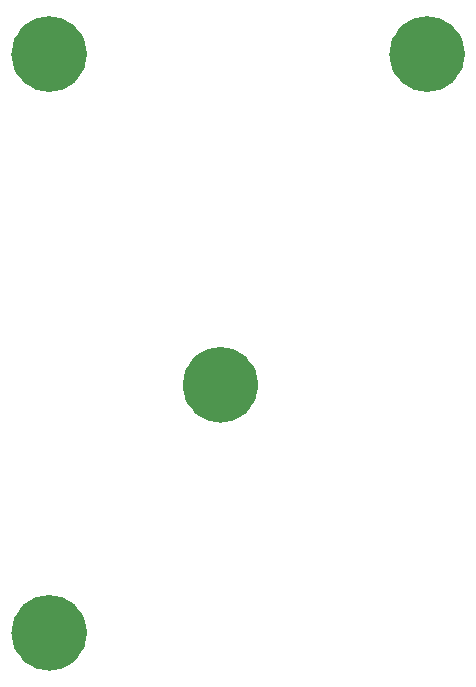
<source format=gbr>
%TF.GenerationSoftware,Altium Limited,Altium Designer,20.1.12 (249)*%
G04 Layer_Color=16711935*
%FSLAX45Y45*%
%MOMM*%
%TF.SameCoordinates,4EE8302A-A9A8-49E0-93C5-14594FCB678D*%
%TF.FilePolarity,Positive*%
%TF.FileFunction,Keep-out,Top*%
%TF.Part,Single*%
G01*
G75*
%TA.AperFunction,NonConductor*%
%ADD133C,3.20000*%
D133*
X510000Y5250000D02*
G03*
X510000Y5250000I-160000J0D01*
G01*
X3710000D02*
G03*
X3710000Y5250000I-160000J0D01*
G01*
X1960000Y2450000D02*
G03*
X1960000Y2450000I-160000J0D01*
G01*
X510000Y350000D02*
G03*
X510000Y350000I-160000J0D01*
G01*
%TF.MD5,69f45ea418999febfd0f0559d8b4860a*%
M02*

</source>
